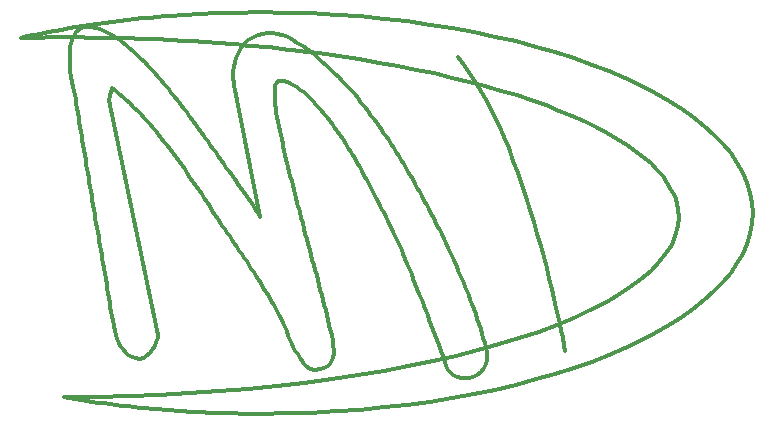
<source format=gbo>
G04 #@! TF.GenerationSoftware,KiCad,Pcbnew,6.0.5-a6ca702e91~116~ubuntu22.04.1*
G04 #@! TF.CreationDate,2022-07-22T23:48:50-06:00*
G04 #@! TF.ProjectId,catan_board,63617461-6e5f-4626-9f61-72642e6b6963,rev?*
G04 #@! TF.SameCoordinates,Original*
G04 #@! TF.FileFunction,Legend,Bot*
G04 #@! TF.FilePolarity,Positive*
%FSLAX46Y46*%
G04 Gerber Fmt 4.6, Leading zero omitted, Abs format (unit mm)*
G04 Created by KiCad (PCBNEW 6.0.5-a6ca702e91~116~ubuntu22.04.1) date 2022-07-22 23:48:50*
%MOMM*%
%LPD*%
G01*
G04 APERTURE LIST*
G04 Aperture macros list*
%AMHorizOval*
0 Thick line with rounded ends*
0 $1 width*
0 $2 $3 position (X,Y) of the first rounded end (center of the circle)*
0 $4 $5 position (X,Y) of the second rounded end (center of the circle)*
0 Add line between two ends*
20,1,$1,$2,$3,$4,$5,0*
0 Add two circle primitives to create the rounded ends*
1,1,$1,$2,$3*
1,1,$1,$4,$5*%
%AMRotRect*
0 Rectangle, with rotation*
0 The origin of the aperture is its center*
0 $1 length*
0 $2 width*
0 $3 Rotation angle, in degrees counterclockwise*
0 Add horizontal line*
21,1,$1,$2,0,0,$3*%
G04 Aperture macros list end*
%ADD10C,0.360000*%
%ADD11RotRect,1.700000X1.700000X330.000000*%
%ADD12HorizOval,1.700000X0.000000X0.000000X0.000000X0.000000X0*%
%ADD13RotRect,1.700000X1.700000X30.000000*%
%ADD14HorizOval,1.700000X0.000000X0.000000X0.000000X0.000000X0*%
G04 APERTURE END LIST*
D10*
X132827829Y-85121719D02*
X132742498Y-84750457D01*
X132659606Y-84376713D01*
X132579087Y-84000486D01*
X132500875Y-83621777D01*
X126203102Y-84496758D02*
X125950889Y-84149216D01*
X125706053Y-83813115D01*
X125468618Y-83488474D01*
X125238606Y-83175312D01*
X125016041Y-82873649D01*
X124943512Y-82775654D01*
X120261051Y-82044931D02*
X120571062Y-82366052D01*
X120819717Y-82631063D01*
X121068953Y-82903286D01*
X121318777Y-83182722D01*
X121569196Y-83469370D01*
X121820217Y-83763231D01*
X122071847Y-84064305D01*
X122260973Y-84294844D01*
X141221676Y-83948701D02*
X141003821Y-83636355D01*
X140786470Y-83330255D01*
X140569620Y-83030401D01*
X140353271Y-82736795D01*
X140065584Y-82355042D01*
X139778784Y-81984403D01*
X139492870Y-81624882D01*
X139207838Y-81276482D01*
X138923688Y-80939209D01*
X121799430Y-102592119D02*
X121996612Y-102272563D01*
X122145543Y-101928662D01*
X134147585Y-77238041D02*
X135903031Y-77460482D01*
X137624315Y-77701126D01*
X139310021Y-77959558D01*
X140958735Y-78235364D01*
X142569044Y-78528130D01*
X144139532Y-78837441D01*
X145668786Y-79162884D01*
X147155392Y-79504044D01*
X148597934Y-79860507D01*
X149995000Y-80231859D01*
X151345174Y-80617685D01*
X152647042Y-81017571D01*
X153899191Y-81431103D01*
X155100205Y-81857867D01*
X156248672Y-82297449D01*
X157343175Y-82749434D01*
X158382302Y-83213408D01*
X159364638Y-83688957D01*
X160288769Y-84175666D01*
X161153280Y-84673122D01*
X161956758Y-85180911D01*
X162697787Y-85698617D01*
X163374954Y-86225826D01*
X163986845Y-86762126D01*
X164532045Y-87307100D01*
X165009140Y-87860336D01*
X165416716Y-88421418D01*
X165753359Y-88989933D01*
X166017654Y-89565467D01*
X166208187Y-90147604D01*
X166323544Y-90735931D01*
X166362311Y-91330035D01*
X135741168Y-77775879D02*
X135450457Y-77533303D01*
X135158852Y-77301701D01*
X134866316Y-77081096D01*
X134572811Y-76871508D01*
X134404645Y-76756699D01*
X122809000Y-80035400D02*
X122552441Y-79733819D01*
X122282616Y-79424948D01*
X122035658Y-79148728D01*
X121778583Y-78866967D01*
X121703278Y-78785449D01*
X132154762Y-80881523D02*
X132167516Y-80508709D01*
X132217992Y-80141183D01*
X132231696Y-80083476D01*
X121703278Y-78785449D02*
X121435063Y-78500406D01*
X121160424Y-78217124D01*
X120879325Y-77935641D01*
X120591734Y-77655992D01*
X120424469Y-77497031D01*
X143606207Y-95803916D02*
X143755744Y-96173204D01*
X143910977Y-96559924D01*
X144071903Y-96964072D01*
X144238521Y-97385646D01*
X144410831Y-97824641D01*
X144543797Y-98165319D01*
X144679962Y-98515792D01*
X144819327Y-98876061D01*
X144961891Y-99246123D01*
X134154684Y-90448418D02*
X134060790Y-90094761D01*
X133966550Y-89736887D01*
X133871963Y-89374792D01*
X133777033Y-89008473D01*
X133681761Y-88637928D01*
X133586148Y-88263152D01*
X133490196Y-87884144D01*
X133393908Y-87500900D01*
X133297284Y-87113416D01*
X133200326Y-86721691D01*
X133135504Y-86458183D01*
X134587340Y-103669014D02*
X134851453Y-103947856D01*
X135168051Y-104150659D01*
X135544504Y-104243615D01*
X135616129Y-104245869D01*
X128635680Y-79227744D02*
X128650971Y-79595619D01*
X128683727Y-79881562D01*
X116405407Y-75227900D02*
X116031065Y-75268418D01*
X115695305Y-75401644D01*
X115636247Y-75439424D01*
X138923688Y-80939209D02*
X138679660Y-80667671D01*
X138424244Y-80385214D01*
X138167077Y-80102047D01*
X138106422Y-80035400D01*
X137154567Y-102592119D02*
X137137989Y-102205212D01*
X137092942Y-101845822D01*
X137068024Y-101707529D01*
X115636247Y-75439424D02*
X115357494Y-75687139D01*
X115148403Y-75984643D01*
X115136266Y-76006728D01*
X134020036Y-80314219D02*
X134316449Y-80524440D01*
X134614157Y-80758260D01*
X134913179Y-81015703D01*
X135213537Y-81296791D01*
X135515252Y-81601548D01*
X135616129Y-81708398D01*
X134404645Y-76756699D02*
X134070567Y-76541656D01*
X133741246Y-76348168D01*
X133416715Y-76176258D01*
X133097008Y-76025947D01*
X133097008Y-76025947D02*
X132747687Y-75891252D01*
X132377403Y-75793202D01*
X131991717Y-75748220D01*
X131924020Y-75747129D01*
X115136266Y-76006728D02*
X114990186Y-76342074D01*
X114893929Y-76696109D01*
X114867028Y-76843213D01*
X130943278Y-91284873D02*
X130740454Y-90977565D01*
X130519381Y-90647949D01*
X130292231Y-90312745D01*
X130135622Y-90083056D01*
X119107223Y-102207510D02*
X119309277Y-102523127D01*
X119554435Y-102806127D01*
X119741793Y-102976728D01*
X136885329Y-100861435D02*
X136783772Y-100438723D01*
X136681027Y-100016584D01*
X136577086Y-99595025D01*
X136471942Y-99174052D01*
X136365586Y-98753672D01*
X136258011Y-98333893D01*
X136149210Y-97914720D01*
X136039176Y-97496162D01*
X136356520Y-104111279D02*
X136666430Y-103921014D01*
X136827614Y-103755498D01*
X130971394Y-107970395D02*
X133115710Y-107948288D01*
X135231873Y-107882681D01*
X137317263Y-107774640D01*
X139369263Y-107625234D01*
X141385255Y-107435529D01*
X143362621Y-107206593D01*
X145298744Y-106939493D01*
X147191004Y-106635298D01*
X149036786Y-106295074D01*
X150833470Y-105919889D01*
X152578438Y-105510811D01*
X154269074Y-105068907D01*
X155902758Y-104595244D01*
X157476874Y-104090891D01*
X158988802Y-103556914D01*
X160435926Y-102994381D01*
X161815628Y-102404359D01*
X163125289Y-101787917D01*
X164362292Y-101146121D01*
X165524018Y-100480038D01*
X166607851Y-99790738D01*
X167611172Y-99079286D01*
X168531363Y-98346751D01*
X169365806Y-97594200D01*
X170111883Y-96822701D01*
X170766977Y-96033320D01*
X171328470Y-95227126D01*
X171793744Y-94405186D01*
X172160180Y-93568568D01*
X172425162Y-92718338D01*
X172586071Y-91855565D01*
X172640289Y-90981316D01*
X114297460Y-106554639D02*
X114777750Y-106638812D01*
X115261111Y-106720592D01*
X115747498Y-106799961D01*
X116236867Y-106876900D01*
X116729174Y-106951390D01*
X117224376Y-107023414D01*
X117722428Y-107092953D01*
X118223286Y-107159990D01*
X118726906Y-107224504D01*
X119233245Y-107286479D01*
X119742258Y-107345897D01*
X120253901Y-107402737D01*
X120768130Y-107456984D01*
X121284902Y-107508618D01*
X121804172Y-107557620D01*
X122325897Y-107603974D01*
X122850032Y-107647659D01*
X123376533Y-107688659D01*
X123905357Y-107726954D01*
X124436459Y-107762527D01*
X124969796Y-107795360D01*
X125505323Y-107825433D01*
X126042996Y-107852729D01*
X126582773Y-107877229D01*
X127124607Y-107898915D01*
X127668456Y-107917769D01*
X128214276Y-107933773D01*
X128762022Y-107946908D01*
X129311651Y-107957156D01*
X129863119Y-107964499D01*
X130416381Y-107968917D01*
X130971394Y-107970395D01*
X129549098Y-76708623D02*
X129297496Y-77014930D01*
X129103179Y-77321119D01*
X128939199Y-77656176D01*
X128876032Y-77814346D01*
X115876598Y-84814043D02*
X115946459Y-85224842D01*
X116017722Y-85645978D01*
X116090379Y-86077444D01*
X116164423Y-86519235D01*
X116224653Y-86880097D01*
X116285763Y-87247560D01*
X116347750Y-87621621D01*
X116857340Y-90688799D02*
X116922244Y-91077606D01*
X116987145Y-91465225D01*
X117052043Y-91851648D01*
X117116939Y-92236867D01*
X117181836Y-92620875D01*
X117246734Y-93003664D01*
X117311634Y-93385227D01*
X117376539Y-93765556D01*
X118155368Y-81400722D02*
X118197631Y-81037901D01*
X118203414Y-81016113D01*
X130972106Y-96909639D02*
X131211961Y-97288734D01*
X131444777Y-97662638D01*
X131670552Y-98031348D01*
X131889284Y-98394866D01*
X132100974Y-98753191D01*
X132305618Y-99106324D01*
X132385504Y-99246123D01*
X114924743Y-79477734D02*
X114994479Y-79881608D01*
X115068978Y-80266223D01*
X115148278Y-80631579D01*
X115232418Y-80977676D01*
X133343965Y-77142671D02*
X133722251Y-77187352D01*
X134097732Y-77232157D01*
X134147585Y-77238041D01*
X135125758Y-94073232D02*
X135007574Y-93633853D01*
X134888482Y-93190543D01*
X134768478Y-92743305D01*
X134647560Y-92292146D01*
X134525724Y-91837072D01*
X134402967Y-91378089D01*
X134279288Y-90915202D01*
X134185922Y-90565479D01*
X134154684Y-90448418D01*
X150038629Y-102342099D02*
X149942834Y-101971679D01*
X149838002Y-101591016D01*
X149724136Y-101200114D01*
X149601241Y-100798981D01*
X149469321Y-100387622D01*
X149328379Y-99966045D01*
X149178421Y-99534253D01*
X149019450Y-99092256D01*
X137077633Y-103236299D02*
X137141898Y-102865446D01*
X137154567Y-102592119D01*
X118741891Y-101303701D02*
X118851953Y-101647169D01*
X118994323Y-101985218D01*
X119107223Y-102207510D01*
X132520153Y-79785410D02*
X132880767Y-79818474D01*
X133250956Y-79917648D01*
X133582721Y-80058635D01*
X133921809Y-80250199D01*
X134020036Y-80314219D01*
X138712164Y-85987060D02*
X138932202Y-86355934D01*
X139147535Y-86723398D01*
X139358158Y-87089453D01*
X139564070Y-87454099D01*
X139765268Y-87817339D01*
X139961749Y-88179174D01*
X140039020Y-88323515D01*
X135616129Y-104245869D02*
X135975657Y-104220044D01*
X136337757Y-104119542D01*
X136356520Y-104111279D01*
X142587028Y-93419443D02*
X142754675Y-93790393D01*
X142902661Y-94126356D01*
X143058165Y-94486720D01*
X143221179Y-94871491D01*
X143391695Y-95280672D01*
X143533505Y-95625594D01*
X143606207Y-95803916D01*
X115491989Y-82516055D02*
X115555378Y-82901556D01*
X115622801Y-83307986D01*
X115694253Y-83735356D01*
X115756868Y-84107500D01*
X115822270Y-84494200D01*
X115876598Y-84814043D01*
X130587497Y-75997090D02*
X130260461Y-76154497D01*
X129929205Y-76368567D01*
X129631746Y-76623943D01*
X129549098Y-76708623D01*
X149663629Y-104438174D02*
X149891468Y-104115518D01*
X150044663Y-103753389D01*
X150118234Y-103398255D01*
X150134782Y-103111318D01*
X118559196Y-100572978D02*
X118645419Y-100936741D01*
X118741891Y-101303701D01*
X122260973Y-84294844D02*
X122513353Y-84607330D01*
X122765738Y-84924630D01*
X123018128Y-85246741D01*
X123270521Y-85573659D01*
X123522917Y-85905381D01*
X123775314Y-86241903D01*
X124027714Y-86583223D01*
X124280114Y-86929336D01*
X127722262Y-92034873D02*
X127926791Y-92337897D01*
X128131602Y-92641226D01*
X128336694Y-92944858D01*
X128542069Y-93248789D01*
X128747726Y-93553016D01*
X128953667Y-93857537D01*
X129159892Y-94162350D01*
X129366403Y-94467451D01*
X122145543Y-101928662D02*
X122248662Y-101569718D01*
X122289801Y-101284482D01*
X118405329Y-80381543D02*
X118734241Y-80639262D01*
X119015053Y-80873114D01*
X119301966Y-81124324D01*
X119594978Y-81392900D01*
X119894084Y-81678849D01*
X120199281Y-81982178D01*
X120261051Y-82044931D01*
X126193493Y-89727305D02*
X126418458Y-90072648D01*
X126648573Y-90423626D01*
X126883839Y-90780239D01*
X127124254Y-91142487D01*
X127369819Y-91510370D01*
X127620534Y-91883888D01*
X127722262Y-92034873D01*
X121299450Y-103101709D02*
X121579533Y-102857364D01*
X121799430Y-102592119D01*
X124280114Y-86929336D02*
X124530846Y-87278094D01*
X124778283Y-87627133D01*
X125022422Y-87976454D01*
X125263258Y-88326057D01*
X125500787Y-88675942D01*
X125735006Y-89026112D01*
X125965909Y-89376566D01*
X126193493Y-89727305D01*
X114790094Y-77843174D02*
X114798534Y-78248236D01*
X114823822Y-78655718D01*
X114859730Y-79014209D01*
X114908466Y-79374478D01*
X114924743Y-79477734D01*
X132385504Y-99246123D02*
X132560174Y-99573388D01*
X132717936Y-99905106D01*
X132878048Y-100275243D01*
X133020075Y-100630635D01*
X114867028Y-76843213D02*
X114820232Y-77209225D01*
X114794929Y-77585984D01*
X114790094Y-77843174D01*
X118261129Y-98957666D02*
X118327344Y-99330848D01*
X118398536Y-99725210D01*
X118471959Y-100121823D01*
X118544510Y-100499061D01*
X118559196Y-100572978D01*
X133020075Y-100630635D02*
X133166427Y-100999066D01*
X133319169Y-101363726D01*
X133478297Y-101724663D01*
X133643806Y-102081925D01*
X133741247Y-102284443D01*
X148192516Y-104976650D02*
X148604744Y-104950858D01*
X148966336Y-104873512D01*
X149317580Y-104722040D01*
X149633674Y-104471283D01*
X149663629Y-104438174D01*
X145625348Y-91419521D02*
X145431823Y-91045490D01*
X145236936Y-90673316D01*
X145040687Y-90302996D01*
X144843074Y-89934530D01*
X144644099Y-89567919D01*
X144443762Y-89203162D01*
X144242061Y-88840259D01*
X144038999Y-88479209D01*
X143834573Y-88120012D01*
X143628785Y-87762668D01*
X143490836Y-87525469D01*
X132500875Y-83621777D02*
X132427648Y-83245050D01*
X132361590Y-82874293D01*
X132302684Y-82509506D01*
X132250914Y-82150693D01*
X147509899Y-95361650D02*
X147347974Y-94997010D01*
X147182993Y-94631353D01*
X147014956Y-94264677D01*
X146843865Y-93896981D01*
X146669723Y-93528264D01*
X146492529Y-93158525D01*
X146312288Y-92787761D01*
X146128999Y-92415973D01*
X145942666Y-92043160D01*
X145753289Y-91669319D01*
X145625348Y-91419521D01*
X136039176Y-97496162D02*
X135928200Y-97076714D01*
X135816314Y-96654868D01*
X135703517Y-96230620D01*
X135589806Y-95803967D01*
X135475177Y-95374905D01*
X135359627Y-94943430D01*
X135243155Y-94509540D01*
X135125758Y-94073232D01*
X128808766Y-80554599D02*
X130943278Y-91284873D01*
X141856247Y-91871396D02*
X142013788Y-92195329D01*
X142188063Y-92561352D01*
X142354321Y-92916104D01*
X142507087Y-93245764D01*
X142587028Y-93419443D01*
X110645055Y-76148654D02*
X111120894Y-76138731D01*
X111598081Y-76130189D01*
X112076564Y-76123009D01*
X112556293Y-76117174D01*
X112916878Y-76113670D01*
X113278114Y-76110904D01*
X113639982Y-76108871D01*
X114002459Y-76107562D01*
X114365524Y-76106970D01*
X114486674Y-76106931D01*
X118289957Y-82285312D02*
X118217051Y-81928201D01*
X118193805Y-81804551D01*
X127597282Y-86448574D02*
X127375711Y-86134736D01*
X127155513Y-85824193D01*
X126936692Y-85516936D01*
X126719257Y-85212959D01*
X126503213Y-84912256D01*
X126288567Y-84614819D01*
X126203102Y-84496758D01*
X137212223Y-83689072D02*
X137456808Y-84039296D01*
X137697609Y-84392781D01*
X137934624Y-84749535D01*
X138167854Y-85109566D01*
X138397300Y-85472882D01*
X138622959Y-85839492D01*
X138712164Y-85987060D01*
X128876032Y-77814346D02*
X128759888Y-78186716D01*
X128681716Y-78578765D01*
X128644138Y-78943777D01*
X128635680Y-79227744D01*
X132250914Y-82150693D02*
X132204485Y-81762756D01*
X132173203Y-81399062D01*
X132156269Y-81023401D01*
X132154762Y-80881523D01*
X116347750Y-87621621D02*
X116410425Y-87999812D01*
X116473384Y-88379478D01*
X116536631Y-88760623D01*
X116600172Y-89143256D01*
X116664008Y-89527383D01*
X116728146Y-89913012D01*
X116792588Y-90300148D01*
X116857340Y-90688799D01*
X172640289Y-90981316D02*
X172586071Y-90107066D01*
X172425162Y-89244292D01*
X172160180Y-88394062D01*
X171793744Y-87557443D01*
X171328470Y-86735502D01*
X170766977Y-85929308D01*
X170111883Y-85139927D01*
X169365806Y-84368427D01*
X168531363Y-83615876D01*
X167611172Y-82883341D01*
X166607851Y-82171890D01*
X165524018Y-81482589D01*
X164362292Y-80816507D01*
X163125289Y-80174712D01*
X161815628Y-79558269D01*
X160435926Y-78968248D01*
X158988802Y-78405715D01*
X157476874Y-77871738D01*
X155902758Y-77367385D01*
X154269074Y-76893723D01*
X152578438Y-76451819D01*
X150833470Y-76042741D01*
X149036786Y-75667556D01*
X147191004Y-75327333D01*
X145298744Y-75023138D01*
X143362621Y-74756038D01*
X141385255Y-74527103D01*
X139369263Y-74337398D01*
X137317263Y-74187991D01*
X135231873Y-74079951D01*
X133115710Y-74014344D01*
X130971394Y-73992238D01*
X122289801Y-101284482D02*
X118289957Y-82285312D01*
X114486674Y-106554639D02*
X114297460Y-106554639D01*
X120424469Y-77497031D02*
X120129132Y-77225868D01*
X119831917Y-76967606D01*
X119532845Y-76722207D01*
X119231938Y-76489634D01*
X119059176Y-76362480D01*
X114486674Y-76106931D02*
X115109451Y-76108007D01*
X115730481Y-76111227D01*
X116349722Y-76116580D01*
X116967132Y-76124051D01*
X117582671Y-76133629D01*
X118196297Y-76145301D01*
X118807968Y-76159055D01*
X119417645Y-76174877D01*
X120025284Y-76192756D01*
X120630846Y-76212679D01*
X121234288Y-76234633D01*
X121835570Y-76258605D01*
X122434650Y-76284584D01*
X123031488Y-76312557D01*
X123626041Y-76342511D01*
X124218268Y-76374433D01*
X124808129Y-76408311D01*
X125395581Y-76444133D01*
X125980584Y-76481885D01*
X126563097Y-76521556D01*
X127143078Y-76563133D01*
X127720486Y-76606603D01*
X128295279Y-76651954D01*
X128867417Y-76699173D01*
X129436858Y-76748247D01*
X130003560Y-76799164D01*
X130567484Y-76851912D01*
X131128586Y-76906478D01*
X131686827Y-76962850D01*
X132242164Y-77021014D01*
X132794557Y-77080958D01*
X133343965Y-77142671D01*
X131924020Y-75747129D02*
X131522888Y-75766936D01*
X131141485Y-75826303D01*
X130779850Y-75925148D01*
X130587497Y-75997090D01*
X129366403Y-94467451D02*
X129572405Y-94772791D01*
X129776889Y-95078107D01*
X129979859Y-95383401D01*
X130181317Y-95688676D01*
X130381267Y-95993935D01*
X130579713Y-96299179D01*
X130776658Y-96604413D01*
X130972106Y-96909639D01*
X120712926Y-103303623D02*
X121068260Y-103232432D01*
X121299450Y-103101709D01*
X123655094Y-81073799D02*
X123423786Y-80782411D01*
X123189924Y-80494423D01*
X122931647Y-80182055D01*
X122809000Y-80035400D01*
X118193805Y-81804551D02*
X118155707Y-81436970D01*
X118155368Y-81400722D01*
X137010309Y-78920068D02*
X136742537Y-78668140D01*
X136469248Y-78417144D01*
X136190441Y-78167062D01*
X135906116Y-77917876D01*
X135741168Y-77775879D01*
X149019450Y-99092256D02*
X148852895Y-98642762D01*
X148723823Y-98302497D01*
X148591192Y-97959533D01*
X148455003Y-97613866D01*
X148315255Y-97265492D01*
X148171951Y-96914409D01*
X148025092Y-96560612D01*
X147874678Y-96204099D01*
X147720712Y-95844865D01*
X147563194Y-95482908D01*
X147509899Y-95361650D01*
X137068024Y-101707529D02*
X136996165Y-101354570D01*
X136915199Y-100988564D01*
X136885329Y-100861435D01*
X133135504Y-86458183D02*
X133047708Y-86071633D01*
X132962156Y-85699544D01*
X132870501Y-85304585D01*
X132827829Y-85121719D01*
X118289957Y-80689219D02*
X118405329Y-80381543D01*
X150134782Y-103111318D02*
X150110809Y-102746000D01*
X150044560Y-102368478D01*
X150038629Y-102342099D01*
X118203414Y-81016113D02*
X118289957Y-80689219D01*
X135616129Y-81708398D02*
X135868071Y-81984939D01*
X136119074Y-82273699D01*
X136369133Y-82574664D01*
X136618245Y-82887822D01*
X136866405Y-83213160D01*
X137113609Y-83550665D01*
X137212223Y-83689072D01*
X143490836Y-87525469D02*
X143283032Y-87172222D01*
X143074210Y-86822684D01*
X142864371Y-86476854D01*
X142653512Y-86134732D01*
X142441633Y-85796319D01*
X142228733Y-85461615D01*
X142014811Y-85130619D01*
X141799867Y-84803332D01*
X141583899Y-84479754D01*
X141366907Y-84159886D01*
X141221676Y-83948701D01*
X124943512Y-82775654D02*
X124701252Y-82449200D01*
X124479254Y-82151279D01*
X124250321Y-81845713D01*
X124024317Y-81546440D01*
X124001266Y-81516094D01*
X147298317Y-104688193D02*
X147626884Y-104863971D01*
X147991983Y-104962846D01*
X148192516Y-104976650D01*
X141096696Y-90400342D02*
X141269888Y-90733017D01*
X141375543Y-90929150D01*
X156768913Y-102679936D02*
X156683079Y-102224982D01*
X156531624Y-101461428D01*
X156428035Y-100957866D01*
X156306055Y-100380354D01*
X156165819Y-99734324D01*
X156007464Y-99025204D01*
X155831127Y-98258425D01*
X155636943Y-97439418D01*
X155425050Y-96573612D01*
X155195583Y-95666439D01*
X154948680Y-94723327D01*
X154684476Y-93749708D01*
X154403109Y-92751012D01*
X154104714Y-91732668D01*
X153789428Y-90700108D01*
X153457387Y-89658760D01*
X153108728Y-88614057D01*
X152743587Y-87571427D01*
X152362101Y-86536302D01*
X151964406Y-85514111D01*
X151550639Y-84510284D01*
X151120936Y-83530253D01*
X150675433Y-82579446D01*
X150214267Y-81663295D01*
X149737574Y-80787229D01*
X149245491Y-79956679D01*
X148738155Y-79177075D01*
X148215700Y-78453848D01*
X147678266Y-77792427D01*
X133741247Y-102284443D02*
X133916537Y-102626743D01*
X134097327Y-102946968D01*
X134310655Y-103285904D01*
X134531114Y-103595998D01*
X134587340Y-103669014D01*
X138106422Y-80035400D02*
X137854034Y-79763855D01*
X137587215Y-79487413D01*
X137305972Y-79206131D01*
X137010309Y-78920068D01*
X128962575Y-88390810D02*
X128715462Y-88038394D01*
X128506392Y-87740563D01*
X128294474Y-87438962D01*
X128079714Y-87133597D01*
X127862121Y-86824474D01*
X127641703Y-86511599D01*
X127597282Y-86448574D01*
X119059176Y-76362480D02*
X118757232Y-76152520D01*
X118414435Y-75933930D01*
X118074017Y-75738155D01*
X117735925Y-75565223D01*
X117693825Y-75545215D01*
X128683727Y-79881562D02*
X128747079Y-80255474D01*
X128808766Y-80554599D01*
X119741793Y-102976728D02*
X120063192Y-103176024D01*
X120435901Y-103283222D01*
X120712926Y-103303623D01*
X144961891Y-99246123D02*
X145107838Y-99627239D01*
X145257156Y-100020510D01*
X145409848Y-100425936D01*
X145565911Y-100843519D01*
X145725349Y-101273261D01*
X145888160Y-101715163D01*
X146054346Y-102169226D01*
X146223907Y-102635451D01*
X146396843Y-103113841D01*
X146573156Y-103604396D01*
X146692575Y-103938193D01*
X117376539Y-93765556D02*
X117440851Y-94142238D01*
X117503972Y-94512602D01*
X117565893Y-94876644D01*
X117626610Y-95234362D01*
X117700801Y-95672615D01*
X117773088Y-96100981D01*
X117843458Y-96519455D01*
X117857301Y-96601963D01*
X117857301Y-96601963D02*
X117925511Y-97006829D01*
X117991826Y-97398063D01*
X118056247Y-97775669D01*
X118118776Y-98139652D01*
X118191313Y-98558459D01*
X118261129Y-98957666D01*
X146692575Y-103938193D02*
X146858918Y-104260001D01*
X147098233Y-104533144D01*
X147298317Y-104688193D01*
X141375543Y-90929150D02*
X141557586Y-91275181D01*
X141731447Y-91619282D01*
X141856247Y-91871396D01*
X132231696Y-80083476D02*
X132457356Y-79792693D01*
X132520153Y-79785410D01*
X124001266Y-81516094D02*
X123655094Y-81073799D01*
X166362311Y-91330035D02*
X166294808Y-92113472D01*
X166094475Y-92886628D01*
X165764571Y-93648544D01*
X165308356Y-94398264D01*
X164729088Y-95134831D01*
X164030029Y-95857289D01*
X163214438Y-96564681D01*
X162285575Y-97256050D01*
X161246700Y-97930440D01*
X160101072Y-98586893D01*
X158851951Y-99224454D01*
X157502597Y-99842165D01*
X156056270Y-100439069D01*
X154516229Y-101014211D01*
X152885735Y-101566632D01*
X151168047Y-102095378D01*
X149366425Y-102599490D01*
X147484129Y-103078012D01*
X145524418Y-103529988D01*
X143490553Y-103954461D01*
X141385793Y-104350473D01*
X139213397Y-104717069D01*
X136976627Y-105053292D01*
X134678741Y-105358185D01*
X132323000Y-105630790D01*
X129912662Y-105870153D01*
X127450989Y-106075315D01*
X124941239Y-106245320D01*
X122386673Y-106379212D01*
X119790550Y-106476033D01*
X117156130Y-106534828D01*
X114486674Y-106554639D01*
X115232418Y-80977676D02*
X115299199Y-81359337D01*
X115362011Y-81729540D01*
X115423810Y-82100745D01*
X115491989Y-82516055D01*
X130135622Y-90083056D02*
X129902024Y-89742510D01*
X129691562Y-89437422D01*
X129471634Y-89120142D01*
X129242224Y-88790656D01*
X129003317Y-88448950D01*
X128962575Y-88390810D01*
X140039020Y-88323515D02*
X140227170Y-88678440D01*
X140406832Y-89022099D01*
X140578012Y-89354491D01*
X140772245Y-89738489D01*
X140954291Y-90106261D01*
X141096696Y-90400342D01*
X130971394Y-73992238D02*
X130280721Y-73994524D01*
X129592764Y-74001360D01*
X128907608Y-74012710D01*
X128225339Y-74028540D01*
X127546044Y-74048814D01*
X126869810Y-74073498D01*
X126196723Y-74102557D01*
X125526869Y-74135955D01*
X124860334Y-74173659D01*
X124197206Y-74215632D01*
X123537570Y-74261841D01*
X122881513Y-74312250D01*
X122229122Y-74366823D01*
X121580482Y-74425527D01*
X120935681Y-74488327D01*
X120294804Y-74555187D01*
X119657938Y-74626072D01*
X119025170Y-74700947D01*
X118396586Y-74779779D01*
X117772272Y-74862531D01*
X117152315Y-74949169D01*
X116536802Y-75039657D01*
X115925817Y-75133962D01*
X115319449Y-75232047D01*
X114717784Y-75333879D01*
X114120907Y-75439421D01*
X113528906Y-75548640D01*
X112941866Y-75661500D01*
X112359875Y-75777966D01*
X111783018Y-75898004D01*
X111211383Y-76021578D01*
X110645055Y-76148654D01*
X136827614Y-103755498D02*
X137013475Y-103432278D01*
X137077633Y-103236299D01*
X117693825Y-75545215D02*
X117360978Y-75406385D01*
X116995106Y-75297619D01*
X116638282Y-75239054D01*
X116405407Y-75227900D01*
%LPC*%
D11*
X114300000Y-62749104D03*
D12*
X113030000Y-64948809D03*
X111760000Y-67148513D03*
X110490000Y-69348218D03*
D13*
X110490000Y-118110000D03*
D14*
X111760000Y-120309705D03*
X113030000Y-122509409D03*
X114300000Y-124709114D03*
D13*
X161925000Y-62275591D03*
D14*
X163195000Y-64475296D03*
X164465000Y-66675000D03*
X165735000Y-68874705D03*
D11*
X165100000Y-117475000D03*
D12*
X163830000Y-119674705D03*
X162560000Y-121874409D03*
X161290000Y-124074114D03*
M02*

</source>
